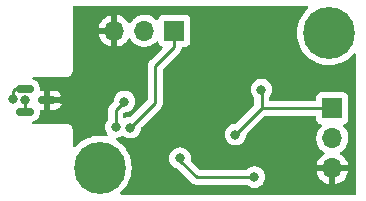
<source format=gbr>
%TF.GenerationSoftware,KiCad,Pcbnew,(6.0.8-1)-1*%
%TF.CreationDate,2022-12-20T12:21:06-06:00*%
%TF.ProjectId,HallEffectSensor,48616c6c-4566-4666-9563-7453656e736f,rev?*%
%TF.SameCoordinates,Original*%
%TF.FileFunction,Copper,L2,Bot*%
%TF.FilePolarity,Positive*%
%FSLAX46Y46*%
G04 Gerber Fmt 4.6, Leading zero omitted, Abs format (unit mm)*
G04 Created by KiCad (PCBNEW (6.0.8-1)-1) date 2022-12-20 12:21:06*
%MOMM*%
%LPD*%
G01*
G04 APERTURE LIST*
G04 Aperture macros list*
%AMRoundRect*
0 Rectangle with rounded corners*
0 $1 Rounding radius*
0 $2 $3 $4 $5 $6 $7 $8 $9 X,Y pos of 4 corners*
0 Add a 4 corners polygon primitive as box body*
4,1,4,$2,$3,$4,$5,$6,$7,$8,$9,$2,$3,0*
0 Add four circle primitives for the rounded corners*
1,1,$1+$1,$2,$3*
1,1,$1+$1,$4,$5*
1,1,$1+$1,$6,$7*
1,1,$1+$1,$8,$9*
0 Add four rect primitives between the rounded corners*
20,1,$1+$1,$2,$3,$4,$5,0*
20,1,$1+$1,$4,$5,$6,$7,0*
20,1,$1+$1,$6,$7,$8,$9,0*
20,1,$1+$1,$8,$9,$2,$3,0*%
G04 Aperture macros list end*
%TA.AperFunction,ComponentPad*%
%ADD10R,1.700000X1.700000*%
%TD*%
%TA.AperFunction,ComponentPad*%
%ADD11O,1.700000X1.700000*%
%TD*%
%TA.AperFunction,ComponentPad*%
%ADD12C,4.400000*%
%TD*%
%TA.AperFunction,SMDPad,CuDef*%
%ADD13RoundRect,0.150000X-0.587500X-0.150000X0.587500X-0.150000X0.587500X0.150000X-0.587500X0.150000X0*%
%TD*%
%TA.AperFunction,ViaPad*%
%ADD14C,0.800000*%
%TD*%
%TA.AperFunction,Conductor*%
%ADD15C,0.250000*%
%TD*%
G04 APERTURE END LIST*
D10*
%TO.P,J1,1,Pin_1*%
%TO.N,Net-(J1-Pad1)*%
X158200000Y-95075000D03*
D11*
%TO.P,J1,2,Pin_2*%
%TO.N,+3V3*%
X158200000Y-97615000D03*
%TO.P,J1,3,Pin_3*%
%TO.N,GND*%
X158200000Y-100155000D03*
%TD*%
D12*
%TO.P,H1,1,1*%
%TO.N,unconnected-(H1-Pad1)*%
X157900000Y-88700000D03*
%TD*%
D10*
%TO.P,J2,1,Pin_1*%
%TO.N,Net-(J2-Pad1)*%
X144825000Y-88500000D03*
D11*
%TO.P,J2,2,Pin_2*%
%TO.N,+3V3*%
X142285000Y-88500000D03*
%TO.P,J2,3,Pin_3*%
%TO.N,GND*%
X139745000Y-88500000D03*
%TD*%
D12*
%TO.P,H2,1,1*%
%TO.N,unconnected-(H2-Pad1)*%
X138500000Y-100100000D03*
%TD*%
D13*
%TO.P,U3,1,VCC*%
%TO.N,+3V3*%
X132162500Y-95350000D03*
%TO.P,U3,2,OUTPUT*%
%TO.N,Net-(J2-Pad1)*%
X132162500Y-93450000D03*
%TO.P,U3,3,GND*%
%TO.N,GND*%
X134037500Y-94400000D03*
%TD*%
D14*
%TO.N,+3V3*%
X132200000Y-94400000D03*
%TO.N,GND*%
X146400000Y-95300000D03*
X151300000Y-99100000D03*
X135400000Y-94400000D03*
X139500000Y-93900000D03*
%TO.N,Net-(C2-Pad1)*%
X139850000Y-96650000D03*
X140600000Y-94500000D03*
%TO.N,Net-(J1-Pad1)*%
X152200000Y-93500000D03*
X150000000Y-97300000D03*
%TO.N,Net-(J2-Pad1)*%
X141100000Y-96700000D03*
X131200000Y-94300000D03*
%TO.N,Net-(JP2-Pad2)*%
X145300000Y-99300000D03*
X151600000Y-100900000D03*
%TD*%
D15*
%TO.N,+3V3*%
X132162500Y-94437500D02*
X132200000Y-94400000D01*
X132162500Y-95350000D02*
X132162500Y-94437500D01*
%TO.N,Net-(C2-Pad1)*%
X139850000Y-95250000D02*
X140600000Y-94500000D01*
X139850000Y-96650000D02*
X139850000Y-95250000D01*
%TO.N,Net-(J1-Pad1)*%
X150000000Y-97300000D02*
X152225000Y-95075000D01*
X152225000Y-95075000D02*
X152225000Y-93525000D01*
X152225000Y-93525000D02*
X152200000Y-93500000D01*
X152225000Y-95075000D02*
X158200000Y-95075000D01*
%TO.N,Net-(J2-Pad1)*%
X131200000Y-93600000D02*
X131200000Y-94300000D01*
X131350000Y-93450000D02*
X131200000Y-93600000D01*
X144825000Y-89875000D02*
X144825000Y-88500000D01*
X132162500Y-93450000D02*
X131350000Y-93450000D01*
X143200000Y-94600000D02*
X143200000Y-91500000D01*
X141100000Y-96700000D02*
X143200000Y-94600000D01*
X143200000Y-91500000D02*
X144825000Y-89875000D01*
%TO.N,Net-(JP2-Pad2)*%
X146700000Y-100900000D02*
X151600000Y-100900000D01*
X145300000Y-99500000D02*
X146700000Y-100900000D01*
X145300000Y-99300000D02*
X145300000Y-99500000D01*
%TD*%
%TA.AperFunction,Conductor*%
%TO.N,GND*%
G36*
X136000000Y-96486475D02*
G01*
X135988783Y-96476569D01*
X135988782Y-96476568D01*
X135982049Y-96470622D01*
X135955287Y-96458057D01*
X135940309Y-96449737D01*
X135923017Y-96438529D01*
X135923012Y-96438527D01*
X135915485Y-96433648D01*
X135906892Y-96431078D01*
X135906887Y-96431076D01*
X135890880Y-96426289D01*
X135873436Y-96419628D01*
X135858324Y-96412533D01*
X135858322Y-96412532D01*
X135850200Y-96408719D01*
X135841333Y-96407338D01*
X135841332Y-96407338D01*
X135831690Y-96405837D01*
X135820983Y-96404170D01*
X135804268Y-96400387D01*
X135784534Y-96394485D01*
X135784528Y-96394484D01*
X135775934Y-96391914D01*
X135766963Y-96391859D01*
X135766962Y-96391859D01*
X135756903Y-96391798D01*
X135741494Y-96391704D01*
X135740711Y-96391671D01*
X135739614Y-96391500D01*
X135708623Y-96391500D01*
X135707853Y-96391498D01*
X135634215Y-96391048D01*
X135634214Y-96391048D01*
X135630279Y-96391024D01*
X135628935Y-96391408D01*
X135627590Y-96391500D01*
X132927050Y-96391500D01*
X132858929Y-96371498D01*
X132812436Y-96317842D01*
X132802332Y-96247568D01*
X132831826Y-96182988D01*
X132891897Y-96144503D01*
X133005988Y-96111357D01*
X133005990Y-96111356D01*
X133013601Y-96109145D01*
X133042411Y-96092107D01*
X133149980Y-96028491D01*
X133149983Y-96028489D01*
X133156807Y-96024453D01*
X133274453Y-95906807D01*
X133278489Y-95899983D01*
X133278491Y-95899980D01*
X133355108Y-95770427D01*
X133359145Y-95763601D01*
X133405562Y-95603831D01*
X133408500Y-95566502D01*
X133408500Y-95334000D01*
X133428502Y-95265879D01*
X133482158Y-95219386D01*
X133534500Y-95208000D01*
X133765385Y-95208000D01*
X133780624Y-95203525D01*
X133781829Y-95202135D01*
X133783500Y-95194452D01*
X133783500Y-95189884D01*
X134291500Y-95189884D01*
X134295975Y-95205123D01*
X134297365Y-95206328D01*
X134305048Y-95207999D01*
X134688984Y-95207999D01*
X134693920Y-95207805D01*
X134722336Y-95205570D01*
X134734931Y-95203270D01*
X134880790Y-95160893D01*
X134895221Y-95154648D01*
X135024678Y-95078089D01*
X135037104Y-95068449D01*
X135143449Y-94962104D01*
X135153089Y-94949678D01*
X135229648Y-94820221D01*
X135235893Y-94805790D01*
X135274939Y-94671395D01*
X135274899Y-94657294D01*
X135267630Y-94654000D01*
X134309615Y-94654000D01*
X134294376Y-94658475D01*
X134293171Y-94659865D01*
X134291500Y-94667548D01*
X134291500Y-95189884D01*
X133783500Y-95189884D01*
X133783500Y-94127885D01*
X134291500Y-94127885D01*
X134295975Y-94143124D01*
X134297365Y-94144329D01*
X134305048Y-94146000D01*
X135261878Y-94146000D01*
X135275409Y-94142027D01*
X135276544Y-94134129D01*
X135235893Y-93994210D01*
X135229648Y-93979779D01*
X135153089Y-93850322D01*
X135143449Y-93837896D01*
X135037104Y-93731551D01*
X135024678Y-93721911D01*
X134895221Y-93645352D01*
X134880790Y-93639107D01*
X134734935Y-93596731D01*
X134722333Y-93594430D01*
X134693916Y-93592193D01*
X134688986Y-93592000D01*
X134309615Y-93592000D01*
X134294376Y-93596475D01*
X134293171Y-93597865D01*
X134291500Y-93605548D01*
X134291500Y-94127885D01*
X133783500Y-94127885D01*
X133783500Y-93610116D01*
X133779025Y-93594877D01*
X133777635Y-93593672D01*
X133769952Y-93592001D01*
X133534500Y-93592001D01*
X133466379Y-93571999D01*
X133419886Y-93518343D01*
X133408500Y-93466001D01*
X133408500Y-93233498D01*
X133405562Y-93196169D01*
X133359145Y-93036399D01*
X133342107Y-93007589D01*
X133278491Y-92900020D01*
X133278489Y-92900017D01*
X133274453Y-92893193D01*
X133156807Y-92775547D01*
X133149983Y-92771511D01*
X133149980Y-92771509D01*
X133020427Y-92694892D01*
X133020428Y-92694892D01*
X133013601Y-92690855D01*
X133005990Y-92688644D01*
X133005988Y-92688643D01*
X132891897Y-92655497D01*
X132832062Y-92617284D01*
X132802384Y-92552788D01*
X132812287Y-92482486D01*
X132858627Y-92428697D01*
X132927050Y-92408500D01*
X135691377Y-92408500D01*
X135692148Y-92408502D01*
X135769721Y-92408976D01*
X135798152Y-92400850D01*
X135814915Y-92397272D01*
X135844187Y-92393080D01*
X135867564Y-92382451D01*
X135885087Y-92376004D01*
X135909771Y-92368949D01*
X135917365Y-92364157D01*
X135917368Y-92364156D01*
X135934780Y-92353170D01*
X135949865Y-92345030D01*
X135976782Y-92332792D01*
X135996235Y-92316030D01*
X136000000Y-92313244D01*
X136000000Y-96486475D01*
G37*
%TD.AperFunction*%
%TD*%
%TA.AperFunction,Conductor*%
%TO.N,GND*%
G36*
X156134595Y-86428502D02*
G01*
X156181088Y-86482158D01*
X156191192Y-86552432D01*
X156161698Y-86617012D01*
X156143440Y-86634261D01*
X156116244Y-86655243D01*
X156113534Y-86657911D01*
X155900618Y-86867509D01*
X155883513Y-86884347D01*
X155881149Y-86887314D01*
X155881146Y-86887317D01*
X155864220Y-86908558D01*
X155679991Y-87139751D01*
X155508626Y-87417757D01*
X155507037Y-87421204D01*
X155405186Y-87642138D01*
X155371902Y-87714336D01*
X155271797Y-88025192D01*
X155271079Y-88028903D01*
X155271078Y-88028907D01*
X155210482Y-88342105D01*
X155210481Y-88342114D01*
X155209763Y-88345824D01*
X155186698Y-88671585D01*
X155186887Y-88675377D01*
X155198450Y-88907639D01*
X155202936Y-88997759D01*
X155203577Y-89001490D01*
X155203578Y-89001498D01*
X155256415Y-89308990D01*
X155258241Y-89319619D01*
X155259329Y-89323258D01*
X155259330Y-89323261D01*
X155341108Y-89596705D01*
X155351814Y-89632504D01*
X155353327Y-89635975D01*
X155353329Y-89635981D01*
X155422737Y-89795229D01*
X155482297Y-89931881D01*
X155484220Y-89935152D01*
X155484222Y-89935156D01*
X155521082Y-89997856D01*
X155647802Y-90213414D01*
X155650103Y-90216429D01*
X155843631Y-90470012D01*
X155843636Y-90470017D01*
X155845931Y-90473025D01*
X156073814Y-90706953D01*
X156146635Y-90765607D01*
X156325196Y-90909431D01*
X156325201Y-90909435D01*
X156328149Y-90911809D01*
X156605253Y-91084627D01*
X156901112Y-91222903D01*
X156988478Y-91251543D01*
X157202963Y-91321855D01*
X157211440Y-91324634D01*
X157531742Y-91388346D01*
X157535514Y-91388633D01*
X157535522Y-91388634D01*
X157853602Y-91412829D01*
X157853607Y-91412829D01*
X157857379Y-91413116D01*
X158183633Y-91398586D01*
X158243425Y-91388634D01*
X158502037Y-91345590D01*
X158502042Y-91345589D01*
X158505778Y-91344967D01*
X158819149Y-91253034D01*
X158822616Y-91251544D01*
X158822620Y-91251543D01*
X159115721Y-91125616D01*
X159115723Y-91125615D01*
X159119205Y-91124119D01*
X159401601Y-90960091D01*
X159662245Y-90763324D01*
X159897363Y-90536670D01*
X159967790Y-90450164D01*
X160026307Y-90409967D01*
X160097270Y-90407787D01*
X160158146Y-90444319D01*
X160189608Y-90507964D01*
X160191500Y-90529716D01*
X160191500Y-102265500D01*
X160171498Y-102333621D01*
X160117842Y-102380114D01*
X160065500Y-102391500D01*
X140336024Y-102391500D01*
X140267903Y-102371498D01*
X140221410Y-102317842D01*
X140211306Y-102247568D01*
X140240800Y-102182988D01*
X140256516Y-102168296D01*
X140256329Y-102168077D01*
X140259219Y-102165608D01*
X140262245Y-102163324D01*
X140497363Y-101936670D01*
X140634036Y-101768794D01*
X140701155Y-101686351D01*
X140701158Y-101686347D01*
X140703549Y-101683410D01*
X140772610Y-101573955D01*
X140875788Y-101410428D01*
X140875790Y-101410425D01*
X140877815Y-101407215D01*
X140887715Y-101386320D01*
X141008258Y-101131883D01*
X141017638Y-101112084D01*
X141018840Y-101108482D01*
X141119790Y-100805897D01*
X141119792Y-100805891D01*
X141120992Y-100802293D01*
X141186381Y-100482329D01*
X141189181Y-100447910D01*
X141206937Y-100229595D01*
X141212856Y-100156826D01*
X141213451Y-100100000D01*
X141213078Y-100093803D01*
X141194026Y-99777793D01*
X141194026Y-99777789D01*
X141193798Y-99774015D01*
X141182313Y-99711124D01*
X141135805Y-99456473D01*
X141135804Y-99456469D01*
X141135125Y-99452751D01*
X141087695Y-99300000D01*
X144386496Y-99300000D01*
X144387186Y-99306565D01*
X144405109Y-99477090D01*
X144406458Y-99489928D01*
X144465473Y-99671556D01*
X144560960Y-99836944D01*
X144688747Y-99978866D01*
X144843248Y-100091118D01*
X144849276Y-100093802D01*
X144849278Y-100093803D01*
X144981453Y-100152651D01*
X145017712Y-100168794D01*
X145024164Y-100170165D01*
X145024166Y-100170166D01*
X145040460Y-100173629D01*
X145051276Y-100175928D01*
X145114176Y-100210080D01*
X146196348Y-101292253D01*
X146203888Y-101300539D01*
X146208000Y-101307018D01*
X146213777Y-101312443D01*
X146257651Y-101353643D01*
X146260493Y-101356398D01*
X146280230Y-101376135D01*
X146283427Y-101378615D01*
X146292447Y-101386318D01*
X146324679Y-101416586D01*
X146331625Y-101420405D01*
X146331628Y-101420407D01*
X146342434Y-101426348D01*
X146358953Y-101437199D01*
X146374959Y-101449614D01*
X146382228Y-101452759D01*
X146382232Y-101452762D01*
X146415537Y-101467174D01*
X146426187Y-101472391D01*
X146464940Y-101493695D01*
X146472615Y-101495666D01*
X146472616Y-101495666D01*
X146484562Y-101498733D01*
X146503267Y-101505137D01*
X146521855Y-101513181D01*
X146529678Y-101514420D01*
X146529688Y-101514423D01*
X146565524Y-101520099D01*
X146577144Y-101522505D01*
X146612289Y-101531528D01*
X146619970Y-101533500D01*
X146640224Y-101533500D01*
X146659934Y-101535051D01*
X146679943Y-101538220D01*
X146687835Y-101537474D01*
X146723961Y-101534059D01*
X146735819Y-101533500D01*
X150891800Y-101533500D01*
X150959921Y-101553502D01*
X150979147Y-101569843D01*
X150979420Y-101569540D01*
X150984332Y-101573963D01*
X150988747Y-101578866D01*
X151143248Y-101691118D01*
X151149276Y-101693802D01*
X151149278Y-101693803D01*
X151311681Y-101766109D01*
X151317712Y-101768794D01*
X151411112Y-101788647D01*
X151498056Y-101807128D01*
X151498061Y-101807128D01*
X151504513Y-101808500D01*
X151695487Y-101808500D01*
X151701939Y-101807128D01*
X151701944Y-101807128D01*
X151788888Y-101788647D01*
X151882288Y-101768794D01*
X151888319Y-101766109D01*
X152050722Y-101693803D01*
X152050724Y-101693802D01*
X152056752Y-101691118D01*
X152211253Y-101578866D01*
X152247851Y-101538220D01*
X152334621Y-101441852D01*
X152334622Y-101441851D01*
X152339040Y-101436944D01*
X152434527Y-101271556D01*
X152493542Y-101089928D01*
X152513504Y-100900000D01*
X152508478Y-100852183D01*
X152494232Y-100716635D01*
X152494232Y-100716633D01*
X152493542Y-100710072D01*
X152434527Y-100528444D01*
X152373629Y-100422966D01*
X156868257Y-100422966D01*
X156898565Y-100557446D01*
X156901645Y-100567275D01*
X156981770Y-100764603D01*
X156986413Y-100773794D01*
X157097694Y-100955388D01*
X157103777Y-100963699D01*
X157243213Y-101124667D01*
X157250580Y-101131883D01*
X157414434Y-101267916D01*
X157422881Y-101273831D01*
X157606756Y-101381279D01*
X157616042Y-101385729D01*
X157815001Y-101461703D01*
X157824899Y-101464579D01*
X157928250Y-101485606D01*
X157942299Y-101484410D01*
X157946000Y-101474065D01*
X157946000Y-101473517D01*
X158454000Y-101473517D01*
X158458064Y-101487359D01*
X158471478Y-101489393D01*
X158478184Y-101488534D01*
X158488262Y-101486392D01*
X158692255Y-101425191D01*
X158701842Y-101421433D01*
X158893095Y-101327739D01*
X158901945Y-101322464D01*
X159075328Y-101198792D01*
X159083200Y-101192139D01*
X159234052Y-101041812D01*
X159240730Y-101033965D01*
X159365003Y-100861020D01*
X159370313Y-100852183D01*
X159464670Y-100661267D01*
X159468469Y-100651672D01*
X159530377Y-100447910D01*
X159532555Y-100437837D01*
X159533986Y-100426962D01*
X159531775Y-100412778D01*
X159518617Y-100409000D01*
X158472115Y-100409000D01*
X158456876Y-100413475D01*
X158455671Y-100414865D01*
X158454000Y-100422548D01*
X158454000Y-101473517D01*
X157946000Y-101473517D01*
X157946000Y-100427115D01*
X157941525Y-100411876D01*
X157940135Y-100410671D01*
X157932452Y-100409000D01*
X156883225Y-100409000D01*
X156869694Y-100412973D01*
X156868257Y-100422966D01*
X152373629Y-100422966D01*
X152339040Y-100363056D01*
X152211253Y-100221134D01*
X152056752Y-100108882D01*
X152050724Y-100106198D01*
X152050722Y-100106197D01*
X151888319Y-100033891D01*
X151888318Y-100033891D01*
X151882288Y-100031206D01*
X151788888Y-100011353D01*
X151701944Y-99992872D01*
X151701939Y-99992872D01*
X151695487Y-99991500D01*
X151504513Y-99991500D01*
X151498061Y-99992872D01*
X151498056Y-99992872D01*
X151411113Y-100011353D01*
X151317712Y-100031206D01*
X151311682Y-100033891D01*
X151311681Y-100033891D01*
X151149278Y-100106197D01*
X151149276Y-100106198D01*
X151143248Y-100108882D01*
X151137907Y-100112762D01*
X151137906Y-100112763D01*
X151058898Y-100170166D01*
X150988747Y-100221134D01*
X150984332Y-100226037D01*
X150979420Y-100230460D01*
X150978295Y-100229211D01*
X150924986Y-100262051D01*
X150891800Y-100266500D01*
X147014594Y-100266500D01*
X146946473Y-100246498D01*
X146925499Y-100229595D01*
X146235306Y-99539402D01*
X146201280Y-99477090D01*
X146199091Y-99437137D01*
X146212814Y-99306565D01*
X146213504Y-99300000D01*
X146193542Y-99110072D01*
X146134527Y-98928444D01*
X146039040Y-98763056D01*
X145911253Y-98621134D01*
X145756752Y-98508882D01*
X145750724Y-98506198D01*
X145750722Y-98506197D01*
X145588319Y-98433891D01*
X145588318Y-98433891D01*
X145582288Y-98431206D01*
X145488887Y-98411353D01*
X145401944Y-98392872D01*
X145401939Y-98392872D01*
X145395487Y-98391500D01*
X145204513Y-98391500D01*
X145198061Y-98392872D01*
X145198056Y-98392872D01*
X145111113Y-98411353D01*
X145017712Y-98431206D01*
X145011682Y-98433891D01*
X145011681Y-98433891D01*
X144849278Y-98506197D01*
X144849276Y-98506198D01*
X144843248Y-98508882D01*
X144688747Y-98621134D01*
X144560960Y-98763056D01*
X144465473Y-98928444D01*
X144406458Y-99110072D01*
X144386496Y-99300000D01*
X141087695Y-99300000D01*
X141085657Y-99293435D01*
X141039404Y-99144477D01*
X141038282Y-99140863D01*
X140904670Y-98842869D01*
X140736226Y-98563084D01*
X140733899Y-98560100D01*
X140733894Y-98560093D01*
X140537726Y-98308558D01*
X140537724Y-98308556D01*
X140535390Y-98305563D01*
X140347624Y-98116811D01*
X140307742Y-98076720D01*
X140305070Y-98074034D01*
X140048603Y-97871852D01*
X140045383Y-97869890D01*
X140045371Y-97869882D01*
X139911358Y-97788241D01*
X139863589Y-97735718D01*
X139851799Y-97665707D01*
X139879731Y-97600436D01*
X139938517Y-97560628D01*
X139950714Y-97557389D01*
X139963847Y-97554597D01*
X140132288Y-97518794D01*
X140194450Y-97491118D01*
X140300722Y-97443803D01*
X140300724Y-97443802D01*
X140306752Y-97441118D01*
X140312094Y-97437237D01*
X140366530Y-97397687D01*
X140433398Y-97373828D01*
X140502550Y-97389909D01*
X140514650Y-97397686D01*
X140643248Y-97491118D01*
X140649276Y-97493802D01*
X140649278Y-97493803D01*
X140811681Y-97566109D01*
X140817712Y-97568794D01*
X140902663Y-97586851D01*
X140998056Y-97607128D01*
X140998061Y-97607128D01*
X141004513Y-97608500D01*
X141195487Y-97608500D01*
X141201939Y-97607128D01*
X141201944Y-97607128D01*
X141297337Y-97586851D01*
X141382288Y-97568794D01*
X141388319Y-97566109D01*
X141550722Y-97493803D01*
X141550724Y-97493802D01*
X141556752Y-97491118D01*
X141711253Y-97378866D01*
X141782264Y-97300000D01*
X149086496Y-97300000D01*
X149087186Y-97306565D01*
X149102006Y-97447565D01*
X149106458Y-97489928D01*
X149165473Y-97671556D01*
X149168776Y-97677278D01*
X149168777Y-97677279D01*
X149183018Y-97701945D01*
X149260960Y-97836944D01*
X149265378Y-97841851D01*
X149265379Y-97841852D01*
X149290617Y-97869882D01*
X149388747Y-97978866D01*
X149543248Y-98091118D01*
X149549276Y-98093802D01*
X149549278Y-98093803D01*
X149711681Y-98166109D01*
X149717712Y-98168794D01*
X149811112Y-98188647D01*
X149898056Y-98207128D01*
X149898061Y-98207128D01*
X149904513Y-98208500D01*
X150095487Y-98208500D01*
X150101939Y-98207128D01*
X150101944Y-98207128D01*
X150188888Y-98188647D01*
X150282288Y-98168794D01*
X150288319Y-98166109D01*
X150450722Y-98093803D01*
X150450724Y-98093802D01*
X150456752Y-98091118D01*
X150611253Y-97978866D01*
X150709383Y-97869882D01*
X150734621Y-97841852D01*
X150734622Y-97841851D01*
X150739040Y-97836944D01*
X150816982Y-97701945D01*
X150831223Y-97677279D01*
X150831224Y-97677278D01*
X150834527Y-97671556D01*
X150893542Y-97489928D01*
X150897995Y-97447565D01*
X150904382Y-97386794D01*
X150910907Y-97324706D01*
X150937920Y-97259050D01*
X150947122Y-97248782D01*
X152450499Y-95745405D01*
X152512811Y-95711379D01*
X152539594Y-95708500D01*
X156715500Y-95708500D01*
X156783621Y-95728502D01*
X156830114Y-95782158D01*
X156841500Y-95834500D01*
X156841500Y-95973134D01*
X156848255Y-96035316D01*
X156899385Y-96171705D01*
X156986739Y-96288261D01*
X157103295Y-96375615D01*
X157111704Y-96378767D01*
X157111705Y-96378768D01*
X157220451Y-96419535D01*
X157277216Y-96462176D01*
X157301916Y-96528738D01*
X157286709Y-96598087D01*
X157267316Y-96624568D01*
X157140629Y-96757138D01*
X157137715Y-96761410D01*
X157137714Y-96761411D01*
X157096623Y-96821648D01*
X157014743Y-96941680D01*
X156999003Y-96975590D01*
X156939493Y-97103794D01*
X156920688Y-97144305D01*
X156860989Y-97359570D01*
X156837251Y-97581695D01*
X156837548Y-97586848D01*
X156837548Y-97586851D01*
X156843011Y-97681590D01*
X156850110Y-97804715D01*
X156851247Y-97809761D01*
X156851248Y-97809767D01*
X156861613Y-97855757D01*
X156899222Y-98022639D01*
X156937461Y-98116811D01*
X156974135Y-98207128D01*
X156983266Y-98229616D01*
X156985965Y-98234020D01*
X157082419Y-98391419D01*
X157099987Y-98420088D01*
X157246250Y-98588938D01*
X157418126Y-98731632D01*
X157463503Y-98758148D01*
X157491955Y-98774774D01*
X157540679Y-98826412D01*
X157553750Y-98896195D01*
X157527019Y-98961967D01*
X157486562Y-98995327D01*
X157478457Y-98999546D01*
X157469738Y-99005036D01*
X157299433Y-99132905D01*
X157291726Y-99139748D01*
X157144590Y-99293717D01*
X157138104Y-99301727D01*
X157018098Y-99477649D01*
X157013000Y-99486623D01*
X156923338Y-99679783D01*
X156919775Y-99689470D01*
X156864389Y-99889183D01*
X156865912Y-99897607D01*
X156878292Y-99901000D01*
X159518344Y-99901000D01*
X159531875Y-99897027D01*
X159533180Y-99887947D01*
X159491214Y-99720875D01*
X159487894Y-99711124D01*
X159402972Y-99515814D01*
X159398105Y-99506739D01*
X159282426Y-99327926D01*
X159276136Y-99319757D01*
X159132806Y-99162240D01*
X159125273Y-99155215D01*
X158958139Y-99023222D01*
X158949556Y-99017520D01*
X158912602Y-98997120D01*
X158862631Y-98946687D01*
X158847859Y-98877245D01*
X158872975Y-98810839D01*
X158900327Y-98784232D01*
X158936895Y-98758148D01*
X159079860Y-98656173D01*
X159110094Y-98626045D01*
X159176276Y-98560093D01*
X159238096Y-98498489D01*
X159286444Y-98431206D01*
X159365435Y-98321277D01*
X159368453Y-98317077D01*
X159372664Y-98308558D01*
X159465136Y-98121453D01*
X159465137Y-98121451D01*
X159467430Y-98116811D01*
X159532370Y-97903069D01*
X159561529Y-97681590D01*
X159563156Y-97615000D01*
X159544852Y-97392361D01*
X159490431Y-97175702D01*
X159401354Y-96970840D01*
X159316227Y-96839254D01*
X159282822Y-96787617D01*
X159282820Y-96787614D01*
X159280014Y-96783277D01*
X159276532Y-96779450D01*
X159132798Y-96621488D01*
X159101746Y-96557642D01*
X159110141Y-96487143D01*
X159155317Y-96432375D01*
X159181761Y-96418706D01*
X159288297Y-96378767D01*
X159296705Y-96375615D01*
X159413261Y-96288261D01*
X159500615Y-96171705D01*
X159551745Y-96035316D01*
X159558500Y-95973134D01*
X159558500Y-94176866D01*
X159551745Y-94114684D01*
X159500615Y-93978295D01*
X159413261Y-93861739D01*
X159296705Y-93774385D01*
X159160316Y-93723255D01*
X159098134Y-93716500D01*
X157301866Y-93716500D01*
X157239684Y-93723255D01*
X157103295Y-93774385D01*
X156986739Y-93861739D01*
X156899385Y-93978295D01*
X156848255Y-94114684D01*
X156841500Y-94176866D01*
X156841500Y-94315500D01*
X156821498Y-94383621D01*
X156767842Y-94430114D01*
X156715500Y-94441500D01*
X152984500Y-94441500D01*
X152916379Y-94421498D01*
X152869886Y-94367842D01*
X152858500Y-94315500D01*
X152858500Y-94174759D01*
X152878502Y-94106638D01*
X152890864Y-94090449D01*
X152934621Y-94041852D01*
X152934622Y-94041851D01*
X152939040Y-94036944D01*
X153034527Y-93871556D01*
X153093542Y-93689928D01*
X153113504Y-93500000D01*
X153093542Y-93310072D01*
X153034527Y-93128444D01*
X152939040Y-92963056D01*
X152811253Y-92821134D01*
X152656752Y-92708882D01*
X152650724Y-92706198D01*
X152650722Y-92706197D01*
X152488319Y-92633891D01*
X152488318Y-92633891D01*
X152482288Y-92631206D01*
X152388888Y-92611353D01*
X152301944Y-92592872D01*
X152301939Y-92592872D01*
X152295487Y-92591500D01*
X152104513Y-92591500D01*
X152098061Y-92592872D01*
X152098056Y-92592872D01*
X152011113Y-92611353D01*
X151917712Y-92631206D01*
X151911682Y-92633891D01*
X151911681Y-92633891D01*
X151749278Y-92706197D01*
X151749276Y-92706198D01*
X151743248Y-92708882D01*
X151588747Y-92821134D01*
X151460960Y-92963056D01*
X151365473Y-93128444D01*
X151306458Y-93310072D01*
X151286496Y-93500000D01*
X151306458Y-93689928D01*
X151365473Y-93871556D01*
X151460960Y-94036944D01*
X151465378Y-94041851D01*
X151465379Y-94041852D01*
X151559136Y-94145980D01*
X151589854Y-94209987D01*
X151591500Y-94230290D01*
X151591500Y-94760405D01*
X151571498Y-94828526D01*
X151554595Y-94849500D01*
X150049500Y-96354595D01*
X149987188Y-96388621D01*
X149960405Y-96391500D01*
X149904513Y-96391500D01*
X149898061Y-96392872D01*
X149898056Y-96392872D01*
X149823504Y-96408719D01*
X149717712Y-96431206D01*
X149711682Y-96433891D01*
X149711681Y-96433891D01*
X149549278Y-96506197D01*
X149549276Y-96506198D01*
X149543248Y-96508882D01*
X149388747Y-96621134D01*
X149384326Y-96626044D01*
X149384325Y-96626045D01*
X149266289Y-96757138D01*
X149260960Y-96763056D01*
X149165473Y-96928444D01*
X149106458Y-97110072D01*
X149105768Y-97116633D01*
X149105768Y-97116635D01*
X149091879Y-97248782D01*
X149086496Y-97300000D01*
X141782264Y-97300000D01*
X141839040Y-97236944D01*
X141934527Y-97071556D01*
X141993542Y-96889928D01*
X142010907Y-96724706D01*
X142037920Y-96659050D01*
X142047122Y-96648782D01*
X143592247Y-95103657D01*
X143600537Y-95096113D01*
X143607018Y-95092000D01*
X143653659Y-95042332D01*
X143656413Y-95039491D01*
X143676134Y-95019770D01*
X143678612Y-95016575D01*
X143686318Y-95007553D01*
X143711158Y-94981101D01*
X143716586Y-94975321D01*
X143726346Y-94957568D01*
X143737199Y-94941045D01*
X143744753Y-94931306D01*
X143749613Y-94925041D01*
X143767176Y-94884457D01*
X143772383Y-94873827D01*
X143793695Y-94835060D01*
X143795666Y-94827383D01*
X143795668Y-94827378D01*
X143798732Y-94815442D01*
X143805138Y-94796730D01*
X143810034Y-94785417D01*
X143813181Y-94778145D01*
X143820097Y-94734481D01*
X143822504Y-94722860D01*
X143831528Y-94687711D01*
X143831528Y-94687710D01*
X143833500Y-94680030D01*
X143833500Y-94659769D01*
X143835051Y-94640058D01*
X143836979Y-94627885D01*
X143838219Y-94620057D01*
X143834059Y-94576046D01*
X143833500Y-94564189D01*
X143833500Y-91814594D01*
X143853502Y-91746473D01*
X143870405Y-91725499D01*
X144535412Y-91060493D01*
X145217253Y-90378652D01*
X145225539Y-90371112D01*
X145232018Y-90367000D01*
X145278644Y-90317348D01*
X145281398Y-90314507D01*
X145301135Y-90294770D01*
X145303615Y-90291573D01*
X145311320Y-90282551D01*
X145336159Y-90256100D01*
X145341586Y-90250321D01*
X145345405Y-90243375D01*
X145345407Y-90243372D01*
X145351348Y-90232566D01*
X145362199Y-90216047D01*
X145364241Y-90213414D01*
X145374614Y-90200041D01*
X145377759Y-90192772D01*
X145377762Y-90192768D01*
X145392174Y-90159463D01*
X145397391Y-90148813D01*
X145418695Y-90110060D01*
X145423733Y-90090437D01*
X145430137Y-90071734D01*
X145435033Y-90060420D01*
X145435033Y-90060419D01*
X145438181Y-90053145D01*
X145439420Y-90045322D01*
X145439423Y-90045312D01*
X145445099Y-90009476D01*
X145447505Y-89997856D01*
X145458500Y-89955031D01*
X145461415Y-89955780D01*
X145484132Y-89903656D01*
X145543182Y-89864239D01*
X145580777Y-89858500D01*
X145723134Y-89858500D01*
X145785316Y-89851745D01*
X145921705Y-89800615D01*
X146038261Y-89713261D01*
X146125615Y-89596705D01*
X146176745Y-89460316D01*
X146183500Y-89398134D01*
X146183500Y-87601866D01*
X146176745Y-87539684D01*
X146125615Y-87403295D01*
X146038261Y-87286739D01*
X145921705Y-87199385D01*
X145785316Y-87148255D01*
X145723134Y-87141500D01*
X143926866Y-87141500D01*
X143864684Y-87148255D01*
X143728295Y-87199385D01*
X143611739Y-87286739D01*
X143524385Y-87403295D01*
X143521233Y-87411703D01*
X143479919Y-87521907D01*
X143437277Y-87578671D01*
X143370716Y-87603371D01*
X143301367Y-87588163D01*
X143268743Y-87562476D01*
X143218151Y-87506875D01*
X143218142Y-87506866D01*
X143214670Y-87503051D01*
X143210619Y-87499852D01*
X143210615Y-87499848D01*
X143043414Y-87367800D01*
X143043410Y-87367798D01*
X143039359Y-87364598D01*
X143003028Y-87344542D01*
X142987136Y-87335769D01*
X142843789Y-87256638D01*
X142838920Y-87254914D01*
X142838916Y-87254912D01*
X142638087Y-87183795D01*
X142638083Y-87183794D01*
X142633212Y-87182069D01*
X142628119Y-87181162D01*
X142628116Y-87181161D01*
X142418373Y-87143800D01*
X142418367Y-87143799D01*
X142413284Y-87142894D01*
X142339452Y-87141992D01*
X142195081Y-87140228D01*
X142195079Y-87140228D01*
X142189911Y-87140165D01*
X141969091Y-87173955D01*
X141756756Y-87243357D01*
X141558607Y-87346507D01*
X141554474Y-87349610D01*
X141554471Y-87349612D01*
X141384100Y-87477530D01*
X141379965Y-87480635D01*
X141354541Y-87507240D01*
X141286280Y-87578671D01*
X141225629Y-87642138D01*
X141222715Y-87646410D01*
X141222714Y-87646411D01*
X141117898Y-87800066D01*
X141062987Y-87845069D01*
X140992462Y-87853240D01*
X140928715Y-87821986D01*
X140908018Y-87797502D01*
X140827426Y-87672926D01*
X140821136Y-87664757D01*
X140677806Y-87507240D01*
X140670273Y-87500215D01*
X140503139Y-87368222D01*
X140494552Y-87362517D01*
X140308117Y-87259599D01*
X140298705Y-87255369D01*
X140097959Y-87184280D01*
X140087988Y-87181646D01*
X140016837Y-87168972D01*
X140003540Y-87170432D01*
X139999000Y-87184989D01*
X139999000Y-89818517D01*
X140003064Y-89832359D01*
X140016478Y-89834393D01*
X140023184Y-89833534D01*
X140033262Y-89831392D01*
X140237255Y-89770191D01*
X140246842Y-89766433D01*
X140438095Y-89672739D01*
X140446945Y-89667464D01*
X140620328Y-89543792D01*
X140628200Y-89537139D01*
X140779052Y-89386812D01*
X140785730Y-89378965D01*
X140913022Y-89201819D01*
X140914279Y-89202722D01*
X140961373Y-89159362D01*
X141031311Y-89147145D01*
X141096751Y-89174678D01*
X141124579Y-89206511D01*
X141184987Y-89305088D01*
X141331250Y-89473938D01*
X141503126Y-89616632D01*
X141696000Y-89729338D01*
X141904692Y-89809030D01*
X141909760Y-89810061D01*
X141909763Y-89810062D01*
X142004862Y-89829410D01*
X142123597Y-89853567D01*
X142128772Y-89853757D01*
X142128774Y-89853757D01*
X142341673Y-89861564D01*
X142341677Y-89861564D01*
X142346837Y-89861753D01*
X142351957Y-89861097D01*
X142351959Y-89861097D01*
X142563288Y-89834025D01*
X142563289Y-89834025D01*
X142568416Y-89833368D01*
X142573366Y-89831883D01*
X142777429Y-89770661D01*
X142777434Y-89770659D01*
X142782384Y-89769174D01*
X142982994Y-89670896D01*
X143164860Y-89541173D01*
X143273091Y-89433319D01*
X143335462Y-89399404D01*
X143406268Y-89404592D01*
X143463030Y-89447238D01*
X143480012Y-89478341D01*
X143524385Y-89596705D01*
X143611739Y-89713261D01*
X143728295Y-89800615D01*
X143736704Y-89803767D01*
X143736707Y-89803769D01*
X143745202Y-89806954D01*
X143801966Y-89849596D01*
X143826665Y-89916158D01*
X143811457Y-89985506D01*
X143790066Y-90014029D01*
X142807747Y-90996348D01*
X142799461Y-91003888D01*
X142792982Y-91008000D01*
X142787557Y-91013777D01*
X142746357Y-91057651D01*
X142743602Y-91060493D01*
X142723865Y-91080230D01*
X142721385Y-91083427D01*
X142713682Y-91092447D01*
X142683414Y-91124679D01*
X142679595Y-91131625D01*
X142679593Y-91131628D01*
X142673652Y-91142434D01*
X142662801Y-91158953D01*
X142650386Y-91174959D01*
X142647241Y-91182228D01*
X142647238Y-91182232D01*
X142632826Y-91215537D01*
X142627609Y-91226187D01*
X142606305Y-91264940D01*
X142604334Y-91272615D01*
X142604334Y-91272616D01*
X142601267Y-91284562D01*
X142594863Y-91303266D01*
X142586819Y-91321855D01*
X142585580Y-91329678D01*
X142585577Y-91329688D01*
X142579901Y-91365524D01*
X142577495Y-91377144D01*
X142568472Y-91412289D01*
X142566500Y-91419970D01*
X142566500Y-91440224D01*
X142564949Y-91459934D01*
X142561780Y-91479943D01*
X142562526Y-91487835D01*
X142565941Y-91523961D01*
X142566500Y-91535819D01*
X142566500Y-94285405D01*
X142546498Y-94353526D01*
X142529595Y-94374500D01*
X141149500Y-95754595D01*
X141087188Y-95788621D01*
X141060405Y-95791500D01*
X141004513Y-95791500D01*
X140998061Y-95792872D01*
X140998056Y-95792872D01*
X140911112Y-95811353D01*
X140817712Y-95831206D01*
X140811682Y-95833891D01*
X140811681Y-95833891D01*
X140660749Y-95901090D01*
X140590382Y-95910524D01*
X140526085Y-95880417D01*
X140488271Y-95820329D01*
X140483500Y-95785983D01*
X140483500Y-95564594D01*
X140503502Y-95496473D01*
X140520405Y-95475499D01*
X140550499Y-95445405D01*
X140612811Y-95411379D01*
X140639594Y-95408500D01*
X140695487Y-95408500D01*
X140701939Y-95407128D01*
X140701944Y-95407128D01*
X140788888Y-95388647D01*
X140882288Y-95368794D01*
X140888319Y-95366109D01*
X141050722Y-95293803D01*
X141050724Y-95293802D01*
X141056752Y-95291118D01*
X141064046Y-95285819D01*
X141195620Y-95190224D01*
X141211253Y-95178866D01*
X141257824Y-95127144D01*
X141334621Y-95041852D01*
X141334622Y-95041851D01*
X141339040Y-95036944D01*
X141422473Y-94892434D01*
X141431223Y-94877279D01*
X141431224Y-94877278D01*
X141434527Y-94871556D01*
X141493542Y-94689928D01*
X141494583Y-94680030D01*
X141512814Y-94506565D01*
X141513504Y-94500000D01*
X141510907Y-94475292D01*
X141494232Y-94316635D01*
X141494232Y-94316633D01*
X141493542Y-94310072D01*
X141434527Y-94128444D01*
X141339040Y-93963056D01*
X141211253Y-93821134D01*
X141056752Y-93708882D01*
X141050724Y-93706198D01*
X141050722Y-93706197D01*
X140888319Y-93633891D01*
X140888318Y-93633891D01*
X140882288Y-93631206D01*
X140788887Y-93611353D01*
X140701944Y-93592872D01*
X140701939Y-93592872D01*
X140695487Y-93591500D01*
X140504513Y-93591500D01*
X140498061Y-93592872D01*
X140498056Y-93592872D01*
X140411113Y-93611353D01*
X140317712Y-93631206D01*
X140311682Y-93633891D01*
X140311681Y-93633891D01*
X140149278Y-93706197D01*
X140149276Y-93706198D01*
X140143248Y-93708882D01*
X139988747Y-93821134D01*
X139860960Y-93963056D01*
X139765473Y-94128444D01*
X139706458Y-94310072D01*
X139705768Y-94316633D01*
X139705768Y-94316635D01*
X139689093Y-94475292D01*
X139662080Y-94540949D01*
X139652878Y-94551217D01*
X139457747Y-94746348D01*
X139449461Y-94753888D01*
X139442982Y-94758000D01*
X139437557Y-94763777D01*
X139396357Y-94807651D01*
X139393602Y-94810493D01*
X139373865Y-94830230D01*
X139371385Y-94833427D01*
X139363682Y-94842447D01*
X139333414Y-94874679D01*
X139329595Y-94881625D01*
X139329593Y-94881628D01*
X139323652Y-94892434D01*
X139312801Y-94908953D01*
X139300386Y-94924959D01*
X139297241Y-94932228D01*
X139297238Y-94932232D01*
X139282826Y-94965537D01*
X139277609Y-94976187D01*
X139256305Y-95014940D01*
X139254334Y-95022615D01*
X139254334Y-95022616D01*
X139251267Y-95034562D01*
X139244863Y-95053266D01*
X139236819Y-95071855D01*
X139235580Y-95079678D01*
X139235577Y-95079688D01*
X139229901Y-95115524D01*
X139227495Y-95127144D01*
X139216500Y-95169970D01*
X139216500Y-95190224D01*
X139214949Y-95209934D01*
X139211780Y-95229943D01*
X139212526Y-95237835D01*
X139215941Y-95273961D01*
X139216500Y-95285819D01*
X139216500Y-95947476D01*
X139196498Y-96015597D01*
X139184142Y-96031779D01*
X139110960Y-96113056D01*
X139015473Y-96278444D01*
X138956458Y-96460072D01*
X138955768Y-96466633D01*
X138955768Y-96466635D01*
X138951610Y-96506197D01*
X138936496Y-96650000D01*
X138937186Y-96656565D01*
X138952456Y-96801847D01*
X138956458Y-96839928D01*
X139015473Y-97021556D01*
X139110960Y-97186944D01*
X139156282Y-97237279D01*
X139186998Y-97301285D01*
X139178234Y-97371739D01*
X139132772Y-97426270D01*
X139065044Y-97447565D01*
X139039359Y-97445418D01*
X138843810Y-97408645D01*
X138843805Y-97408644D01*
X138840086Y-97407945D01*
X138546757Y-97388719D01*
X138517992Y-97386834D01*
X138514208Y-97386586D01*
X138510428Y-97386794D01*
X138510427Y-97386794D01*
X138428898Y-97391281D01*
X138188124Y-97404532D01*
X138184397Y-97405193D01*
X138184393Y-97405193D01*
X138065467Y-97426270D01*
X137866557Y-97461522D01*
X137862941Y-97462624D01*
X137862933Y-97462626D01*
X137557789Y-97555627D01*
X137554167Y-97556731D01*
X137255477Y-97688781D01*
X137176583Y-97735718D01*
X136978074Y-97853817D01*
X136978068Y-97853821D01*
X136974814Y-97855757D01*
X136971812Y-97858073D01*
X136758505Y-98022639D01*
X136716244Y-98055243D01*
X136483513Y-98284347D01*
X136481149Y-98287314D01*
X136481146Y-98287317D01*
X136433040Y-98347687D01*
X136374945Y-98388496D01*
X136304008Y-98391419D01*
X136242753Y-98355526D01*
X136210626Y-98292214D01*
X136208500Y-98269164D01*
X136208500Y-96908623D01*
X136208502Y-96907853D01*
X136208573Y-96896206D01*
X136208976Y-96830279D01*
X136200850Y-96801847D01*
X136197272Y-96785085D01*
X136194352Y-96764698D01*
X136193080Y-96755813D01*
X136182451Y-96732436D01*
X136176004Y-96714913D01*
X136168949Y-96690229D01*
X136164156Y-96682632D01*
X136153170Y-96665220D01*
X136145030Y-96650135D01*
X136144415Y-96648782D01*
X136132792Y-96623218D01*
X136116030Y-96603765D01*
X136104927Y-96588761D01*
X136091224Y-96567042D01*
X136084499Y-96561103D01*
X136084496Y-96561099D01*
X136069062Y-96547468D01*
X136057018Y-96535276D01*
X136043574Y-96519674D01*
X136043571Y-96519671D01*
X136042891Y-96518883D01*
X136042889Y-96518879D01*
X136037714Y-96512873D01*
X136038581Y-96512126D01*
X136004987Y-96459471D01*
X136000000Y-96424373D01*
X136000000Y-92375824D01*
X136020002Y-92307703D01*
X136033776Y-92291947D01*
X136032958Y-92291225D01*
X136052532Y-92269062D01*
X136064724Y-92257018D01*
X136080327Y-92243573D01*
X136080329Y-92243570D01*
X136087127Y-92237713D01*
X136101094Y-92216165D01*
X136112385Y-92201291D01*
X136123431Y-92188783D01*
X136123432Y-92188782D01*
X136129378Y-92182049D01*
X136141943Y-92155287D01*
X136150263Y-92140309D01*
X136161471Y-92123017D01*
X136161473Y-92123012D01*
X136166352Y-92115485D01*
X136168922Y-92106892D01*
X136168924Y-92106887D01*
X136173711Y-92090880D01*
X136180372Y-92073436D01*
X136187467Y-92058324D01*
X136187468Y-92058322D01*
X136191281Y-92050200D01*
X136195830Y-92020983D01*
X136199613Y-92004268D01*
X136205515Y-91984534D01*
X136205516Y-91984528D01*
X136208086Y-91975934D01*
X136208296Y-91941494D01*
X136208329Y-91940711D01*
X136208500Y-91939614D01*
X136208500Y-91908623D01*
X136208502Y-91907853D01*
X136208952Y-91834215D01*
X136208952Y-91834214D01*
X136208976Y-91830279D01*
X136208592Y-91828935D01*
X136208500Y-91827590D01*
X136208500Y-88767966D01*
X138413257Y-88767966D01*
X138443565Y-88902446D01*
X138446645Y-88912275D01*
X138526770Y-89109603D01*
X138531413Y-89118794D01*
X138642694Y-89300388D01*
X138648777Y-89308699D01*
X138788213Y-89469667D01*
X138795580Y-89476883D01*
X138959434Y-89612916D01*
X138967881Y-89618831D01*
X139151756Y-89726279D01*
X139161042Y-89730729D01*
X139360001Y-89806703D01*
X139369899Y-89809579D01*
X139473250Y-89830606D01*
X139487299Y-89829410D01*
X139491000Y-89819065D01*
X139491000Y-88772115D01*
X139486525Y-88756876D01*
X139485135Y-88755671D01*
X139477452Y-88754000D01*
X138428225Y-88754000D01*
X138414694Y-88757973D01*
X138413257Y-88767966D01*
X136208500Y-88767966D01*
X136208500Y-88234183D01*
X138409389Y-88234183D01*
X138410912Y-88242607D01*
X138423292Y-88246000D01*
X139472885Y-88246000D01*
X139488124Y-88241525D01*
X139489329Y-88240135D01*
X139491000Y-88232452D01*
X139491000Y-87183102D01*
X139487082Y-87169758D01*
X139472806Y-87167771D01*
X139434324Y-87173660D01*
X139424288Y-87176051D01*
X139221868Y-87242212D01*
X139212359Y-87246209D01*
X139023463Y-87344542D01*
X139014738Y-87350036D01*
X138844433Y-87477905D01*
X138836726Y-87484748D01*
X138689590Y-87638717D01*
X138683104Y-87646727D01*
X138563098Y-87822649D01*
X138558000Y-87831623D01*
X138468338Y-88024783D01*
X138464775Y-88034470D01*
X138409389Y-88234183D01*
X136208500Y-88234183D01*
X136208500Y-86534500D01*
X136228502Y-86466379D01*
X136282158Y-86419886D01*
X136334500Y-86408500D01*
X156066474Y-86408500D01*
X156134595Y-86428502D01*
G37*
%TD.AperFunction*%
%TD*%
M02*

</source>
